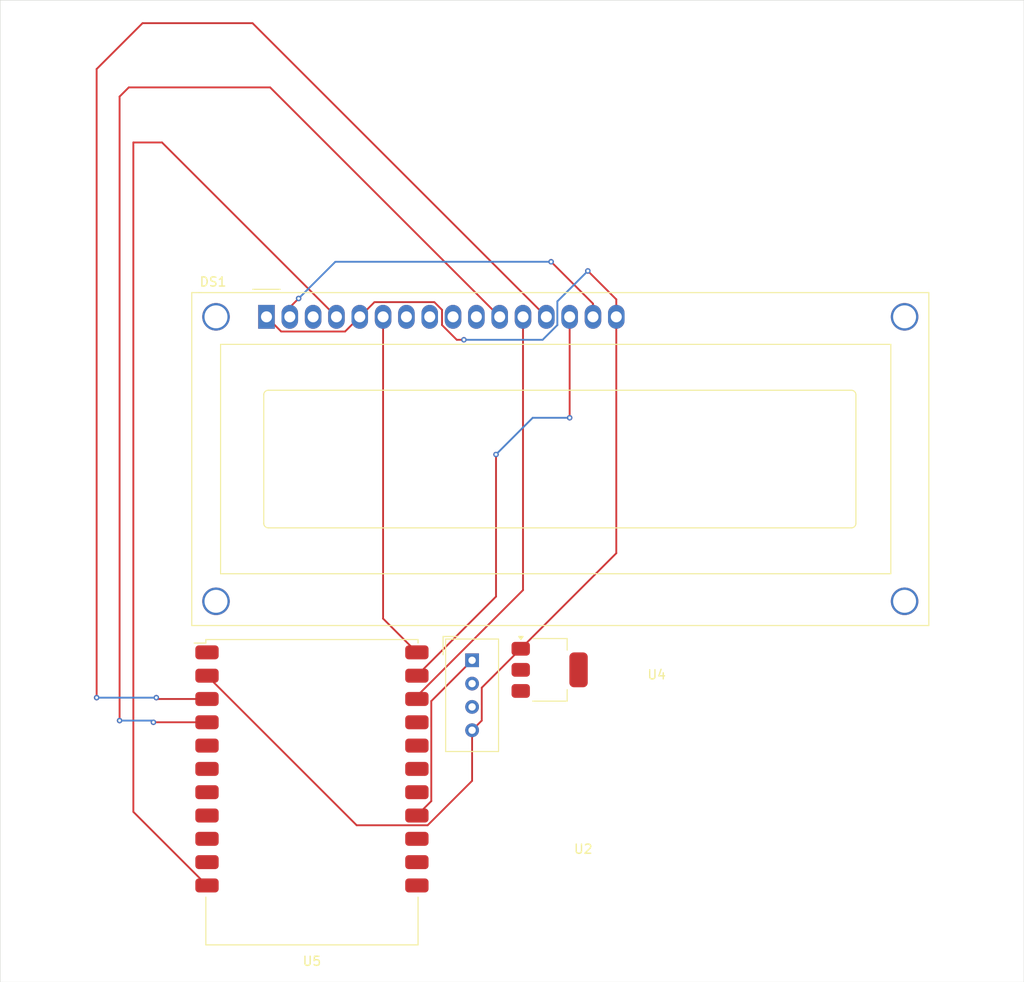
<source format=kicad_pcb>
(kicad_pcb (version 20241229) (generator "pcbnew") (generator_version "9.0")
  (layers (0 "F.Cu" signal) (2 "B.Cu" signal) (13 "F.Paste" user) (15 "B.Paste" user) (5 "F.SilkS" user "F.Silkscreen") (7 "B.SilkS" user "B.Silkscreen") (1 "F.Mask" user) (3 "B.Mask" user) (25 "Edge.Cuts" user))
  (net 0 "")
  (net 1 "GND")
  (net 2 "/5")
  (net 3 "/6")
  (net 4 "/3")
  (net 6 "/7")
  (net 10 "/19")
  (net 11 "+5V")
  (net 12 "/2")
  (net 13 "/4")
  (net 14 "/18")
  (net 15 "Net-(J2-Pin_1)")
  (net 17 "+3.3V")
  (net 25 "/10")
  (net 27 "/9")
  (net 28 "/8")
  (net 30 "/11")
  (net 31 "/12")
  (footprint "Package_TO_SOT_SMD:SOT-223-3_TabPin2" (layer "F.Cu") (at 109.84 92.97)
    (property "Reference" "U4" (at 11.66 0.53 0) (layer "F.SilkS"))
    (property "Value" "AMS1117")
    (fp_line (start -1.85 -3.41) (end 1.91 -3.41) (stroke (width 0.12)) (layer "F.SilkS"))
    (fp_line (start -1.85 3.41) (end 1.91 3.41) (stroke (width 0.12)) (layer "F.SilkS"))
    (fp_line (start 1.91 -3.41) (end 1.91 -2.15) (stroke (width 0.12)) (layer "F.SilkS"))
    (fp_line (start 1.91 3.41) (end 1.91 2.15) (stroke (width 0.12)) (layer "F.SilkS"))
    (fp_poly (pts (xy -3.13 -3.31) (xy -3.37 -3.64) (xy -2.89 -3.64) (xy -3.13 -3.31)) (stroke (width 0.12)) (fill yes) (layer "F.SilkS"))
    (pad "1" smd roundrect (at -3.15 -2.3) (size 2 1.5) (layers "F.Cu" "F.Mask" "F.Paste") (net 1 "GND"))
    (pad "2" smd roundrect (at -3.15 0) (size 2 1.5) (layers "F.Cu" "F.Mask" "F.Paste"))
    (pad "2" smd roundrect (at 3.15 0) (size 2 3.8) (layers "F.Cu" "F.Mask" "F.Paste"))
    (pad "3" smd roundrect (at -3.15 2.3) (size 2 1.5) (layers "F.Cu" "F.Mask" "F.Paste") (net 17 "+3.3V"))
  )
  (footprint "Display:WC1602A" (layer "F.Cu") (at 79 54.5)
    (property "Reference" "DS1" (at -5.82 -3.81 0) (layer "F.SilkS"))
    (property "Value" "WC1602A")
    (fp_line (start -8.14 -2.64) (end -8.14 33.64) (stroke (width 0.12)) (layer "F.SilkS"))
    (fp_line (start -8.14 33.64) (end 72.14 33.64) (stroke (width 0.12)) (layer "F.SilkS"))
    (fp_line (start -8.13 -2.64) (end -7.34 -2.64) (stroke (width 0.12)) (layer "F.SilkS"))
    (fp_line (start -5 3) (end 68 3) (stroke (width 0.12)) (layer "F.SilkS"))
    (fp_line (start -5 28) (end -5 3) (stroke (width 0.12)) (layer "F.SilkS"))
    (fp_line (start -1.5 -3) (end 1.5 -3) (stroke (width 0.12)) (layer "F.SilkS"))
    (fp_line (start -0.29972 22.49932) (end -0.29972 8.5) (stroke (width 0.12)) (layer "F.SilkS"))
    (fp_line (start 0.2 8) (end 63.7 8) (stroke (width 0.12)) (layer "F.SilkS"))
    (fp_line (start 63.70066 23) (end 0.2 23) (stroke (width 0.12)) (layer "F.SilkS"))
    (fp_line (start 64.2 8.5) (end 64.2 22.5) (stroke (width 0.12)) (layer "F.SilkS"))
    (fp_line (start 68 3) (end 68 28) (stroke (width 0.12)) (layer "F.SilkS"))
    (fp_line (start 68 28) (end -5 28) (stroke (width 0.12)) (layer "F.SilkS"))
    (fp_line (start 72.14 -2.64) (end -7.34 -2.64) (stroke (width 0.12)) (layer "F.SilkS"))
    (fp_line (start 72.14 33.64) (end 72.14 -2.64) (stroke (width 0.12)) (layer "F.SilkS"))
    (fp_arc (start -0.29972 8.49884) (mid -0.153162 8.145018) (end 0.20066 7.99846) (stroke (width 0.12)) (layer "F.SilkS"))
    (fp_arc (start 0.20066 22.9997) (mid -0.153162 22.853142) (end -0.29972 22.49932) (stroke (width 0.12)) (layer "F.SilkS"))
    (fp_arc (start 63.7 8) (mid 64.053553 8.146447) (end 64.2 8.5) (stroke (width 0.12)) (layer "F.SilkS"))
    (fp_arc (start 64.20104 22.49932) (mid 64.054482 22.853142) (end 63.70066 22.9997) (stroke (width 0.12)) (layer "F.SilkS"))
    (pad "" thru_hole circle (at -5.4991 0) (size 3 3) (drill 2.5) (layers "*.Cu" "*.Mask"))
    (pad "" thru_hole circle (at -5.4991 31.0007) (size 3 3) (drill 2.5) (layers "*.Cu" "*.Mask"))
    (pad "" thru_hole circle (at 69.49948 31.0007) (size 3 3) (drill 2.5) (layers "*.Cu" "*.Mask"))
    (pad "" thru_hole circle (at 69.5 0) (size 3 3) (drill 2.5) (layers "*.Cu" "*.Mask"))
    (pad "1" thru_hole rect (at 0 0) (size 1.8 2.6) (drill 1.2) (layers "*.Cu" "*.Mask") (net 1 "GND"))
    (pad "2" thru_hole oval (at 2.54 0) (size 1.8 2.6) (drill 1.2) (layers "*.Cu" "*.Mask") (net 11 "+5V"))
    (pad "3" thru_hole oval (at 5.08 0) (size 1.8 2.6) (drill 1.2) (layers "*.Cu" "*.Mask") (net 10 "/19"))
    (pad "4" thru_hole oval (at 7.62 0) (size 1.8 2.6) (drill 1.2) (layers "*.Cu" "*.Mask") (net 6 "/7"))
    (pad "5" thru_hole oval (at 10.16 0) (size 1.8 2.6) (drill 1.2) (layers "*.Cu" "*.Mask") (net 1 "GND"))
    (pad "6" thru_hole oval (at 12.7 0) (size 1.8 2.6) (drill 1.2) (layers "*.Cu" "*.Mask") (net 3 "/6"))
    (pad "7" thru_hole oval (at 15.24 0) (size 1.8 2.6) (drill 1.2) (layers "*.Cu" "*.Mask"))
    (pad "8" thru_hole oval (at 17.78 0) (size 1.8 2.6) (drill 1.2) (layers "*.Cu" "*.Mask"))
    (pad "9" thru_hole oval (at 20.32 0) (size 1.8 2.6) (drill 1.2) (layers "*.Cu" "*.Mask"))
    (pad "10" thru_hole oval (at 22.86 0) (size 1.8 2.6) (drill 1.2) (layers "*.Cu" "*.Mask"))
    (pad "11" thru_hole oval (at 25.4 0) (size 1.8 2.6) (drill 1.2) (layers "*.Cu" "*.Mask") (net 2 "/5"))
    (pad "12" thru_hole oval (at 27.94 0) (size 1.8 2.6) (drill 1.2) (layers "*.Cu" "*.Mask") (net 13 "/4"))
    (pad "13" thru_hole oval (at 30.48 0) (size 1.8 2.6) (drill 1.2) (layers "*.Cu" "*.Mask") (net 4 "/3"))
    (pad "14" thru_hole oval (at 33.02 0) (size 1.8 2.6) (drill 1.2) (layers "*.Cu" "*.Mask") (net 12 "/2"))
    (pad "15" thru_hole oval (at 35.56 0) (size 1.8 2.6) (drill 1.2) (layers "*.Cu" "*.Mask") (net 11 "+5V"))
    (pad "16" thru_hole oval (at 38.1 0) (size 1.8 2.6) (drill 1.2) (layers "*.Cu" "*.Mask") (net 1 "GND"))
  )
  (footprint "Module:Olimex_MOD-WIFI-ESP8266-DEV" (layer "F.Cu") (at 83.95 103.765)
    (property "Reference" "U5" (at 0 20.955 0) (layer "F.SilkS"))
    (property "Value" "Olimex_MOD-WIFI-ESP8266-DEV")
    (fp_line (start -11.557 -14.097) (end -11.557 -13.716) (stroke (width 0.12)) (layer "F.SilkS"))
    (fp_line (start -11.557 -13.716) (end -12.827 -13.716) (stroke (width 0.12)) (layer "F.SilkS"))
    (fp_line (start -11.557 13.97) (end -11.557 19.177) (stroke (width 0.12)) (layer "F.SilkS"))
    (fp_line (start -11.557 19.177) (end 11.557 19.177) (stroke (width 0.12)) (layer "F.SilkS"))
    (fp_line (start 11.557 -14.097) (end -11.557 -14.097) (stroke (width 0.12)) (layer "F.SilkS"))
    (fp_line (start 11.557 -13.716) (end 11.557 -14.097) (stroke (width 0.12)) (layer "F.SilkS"))
    (fp_line (start 11.557 19.177) (end 11.557 13.97) (stroke (width 0.12)) (layer "F.SilkS"))
    (pad "1" smd roundrect (at -11.43 -12.7) (size 2.54 1.524) (layers "F.Cu" "F.Mask" "F.Paste"))
    (pad "2" smd roundrect (at -11.43 -10.16) (size 2.54 1.524) (layers "F.Cu" "F.Mask" "F.Paste") (net 1 "GND"))
    (pad "3" smd roundrect (at -11.43 -7.62) (size 2.54 1.524) (layers "F.Cu" "F.Mask" "F.Paste") (net 4 "/3"))
    (pad "4" smd roundrect (at -11.43 -5.08) (size 2.54 1.524) (layers "F.Cu" "F.Mask" "F.Paste") (net 2 "/5"))
    (pad "5" smd roundrect (at -11.43 -2.54) (size 2.54 1.524) (layers "F.Cu" "F.Mask" "F.Paste"))
    (pad "6" smd roundrect (at -11.43 0) (size 2.54 1.524) (layers "F.Cu" "F.Mask" "F.Paste"))
    (pad "7" smd roundrect (at -11.43 2.54) (size 2.54 1.524) (layers "F.Cu" "F.Mask" "F.Paste"))
    (pad "8" smd roundrect (at -11.43 5.08) (size 2.54 1.524) (layers "F.Cu" "F.Mask" "F.Paste"))
    (pad "9" smd roundrect (at -11.43 7.62) (size 2.54 1.524) (layers "F.Cu" "F.Mask" "F.Paste"))
    (pad "10" smd roundrect (at -11.43 10.16) (size 2.54 1.524) (layers "F.Cu" "F.Mask" "F.Paste"))
    (pad "11" smd roundrect (at -11.43 12.7) (size 2.54 1.524) (layers "F.Cu" "F.Mask" "F.Paste") (net 6 "/7"))
    (pad "12" smd roundrect (at 11.43 12.7) (size 2.54 1.524) (layers "F.Cu" "F.Mask" "F.Paste") (net 31 "/12"))
    (pad "13" smd roundrect (at 11.43 10.16) (size 2.54 1.524) (layers "F.Cu" "F.Mask" "F.Paste"))
    (pad "14" smd roundrect (at 11.43 7.62) (size 2.54 1.524) (layers "F.Cu" "F.Mask" "F.Paste"))
    (pad "15" smd roundrect (at 11.43 5.08) (size 2.54 1.524) (layers "F.Cu" "F.Mask" "F.Paste") (net 14 "/18"))
    (pad "16" smd roundrect (at 11.43 2.54) (size 2.54 1.524) (layers "F.Cu" "F.Mask" "F.Paste") (net 28 "/8"))
    (pad "17" smd roundrect (at 11.43 0) (size 2.54 1.524) (layers "F.Cu" "F.Mask" "F.Paste") (net 25 "/10"))
    (pad "18" smd roundrect (at 11.43 -2.54) (size 2.54 1.524) (layers "F.Cu" "F.Mask" "F.Paste") (net 27 "/9"))
    (pad "19" smd roundrect (at 11.43 -5.08) (size 2.54 1.524) (layers "F.Cu" "F.Mask" "F.Paste") (net 30 "/11"))
    (pad "20" smd roundrect (at 11.43 -7.62) (size 2.54 1.524) (layers "F.Cu" "F.Mask" "F.Paste") (net 13 "/4"))
    (pad "21" smd roundrect (at 11.43 -10.16) (size 2.54 1.524) (layers "F.Cu" "F.Mask" "F.Paste") (net 12 "/2"))
    (pad "22" smd roundrect (at 11.43 -12.7) (size 2.54 1.524) (layers "F.Cu" "F.Mask" "F.Paste") (net 3 "/6"))
  )
  (footprint "Sensor:Aosong_DHT11_5.5x12.0_P2.54mm" (layer "F.Cu") (at 101.395 91.93)
    (property "Reference" "U2" (at 12.105 20.57 0) (layer "F.SilkS"))
    (property "Value" "DHT11")
    (fp_line (start -3.16 -2.6) (end -3.16 -0.6) (stroke (width 0.12)) (layer "F.SilkS"))
    (fp_line (start -3.16 -2.6) (end -1.55 -2.6) (stroke (width 0.12)) (layer "F.SilkS"))
    (fp_line (start -2.88 9.94) (end -2.88 -2.31) (stroke (width 0.12)) (layer "F.SilkS"))
    (fp_line (start -2.87 -2.32) (end 2.87 -2.32) (stroke (width 0.12)) (layer "F.SilkS"))
    (fp_line (start 2.88 -2.32) (end 2.88 9.94) (stroke (width 0.12)) (layer "F.SilkS"))
    (fp_line (start 2.88 9.94) (end -2.88 9.94) (stroke (width 0.12)) (layer "F.SilkS"))
    (pad "1" thru_hole rect (at 0 0) (size 1.5 1.5) (drill 0.8) (layers "*.Cu" "*.Mask") (net 14 "/18"))
    (pad "2" thru_hole circle (at 0 2.54) (size 1.5 1.5) (drill 0.8) (layers "*.Cu" "*.Mask") (net 15 "Net-(J2-Pin_1)"))
    (pad "3" thru_hole circle (at 0 5.08) (size 1.5 1.5) (drill 0.8) (layers "*.Cu" "*.Mask"))
    (pad "4" thru_hole circle (at 0 7.62) (size 1.5 1.5) (drill 0.8) (layers "*.Cu" "*.Mask") (net 1 "GND"))
  )
  (gr_rect (start 50 20) (end 161.5 127) (stroke (width 0.05)) (fill no) (layer "Edge.Cuts"))
  (segment (start 117.1 54.5) (end 117.1 80.26) (width 0.2) (layer "F.Cu") (net 1))
  (segment (start 90.761 52.899) (end 97.27747 52.899) (width 0.2) (layer "F.Cu") (net 1))
  (segment (start 80.601 56.101) (end 87.559 56.101) (width 0.2) (layer "F.Cu") (net 1))
  (segment (start 97.27747 52.899) (end 98.119 53.74053) (width 0.2) (layer "F.Cu") (net 1))
  (segment (start 101.395 105.064494) (end 96.551494 109.908) (width 0.2) (layer "F.Cu") (net 1))
  (segment (start 98.119 53.74053) (end 98.119 55.39747) (width 0.2) (layer "F.Cu") (net 1))
  (segment (start 88.823 109.908) (end 72.52 93.605) (width 0.2) (layer "F.Cu") (net 1))
  (segment (start 96.551494 109.908) (end 88.823 109.908) (width 0.2) (layer "F.Cu") (net 1))
  (segment (start 101.395 99.55) (end 102.446 98.499) (width 0.2) (layer "F.Cu") (net 1))
  (segment (start 89.16 54.5) (end 90.761 52.899) (width 0.2) (layer "F.Cu") (net 1))
  (segment (start 99.72153 57) (end 100.5 57) (width 0.2) (layer "F.Cu") (net 1))
  (segment (start 98.119 55.39747) (end 99.72153 57) (width 0.2) (layer "F.Cu") (net 1))
  (segment (start 117.1 52.6) (end 117.1 54.5) (width 0.2) (layer "F.Cu") (net 1))
  (segment (start 117.1 80.26) (end 106.69 90.67) (width 0.2) (layer "F.Cu") (net 1))
  (segment (start 114 49.5) (end 117.1 52.6) (width 0.2) (layer "F.Cu") (net 1))
  (segment (start 87.559 56.101) (end 89.16 54.5) (width 0.2) (layer "F.Cu") (net 1))
  (segment (start 79 54.5) (end 80.601 56.101) (width 0.2) (layer "F.Cu") (net 1))
  (segment (start 102.446 98.499) (end 102.446 94.914) (width 0.2) (layer "F.Cu") (net 1))
  (segment (start 102.446 94.914) (end 106.69 90.67) (width 0.2) (layer "F.Cu") (net 1))
  (segment (start 101.395 99.55) (end 101.395 105.064494) (width 0.2) (layer "F.Cu") (net 1))
  (via (at 100.5 57) (size 0.6) (drill 0.3) (layers "F.Cu" "B.Cu") (net 1))
  (via (at 114 49.5) (size 0.6) (drill 0.3) (layers "F.Cu" "B.Cu") (net 1))
  (segment (start 110.681 55.39747) (end 110.681 52.819) (width 0.2) (layer "B.Cu") (net 1))
  (segment (start 110.681 52.819) (end 114 49.5) (width 0.2) (layer "B.Cu") (net 1))
  (segment (start 109.07847 57) (end 110.681 55.39747) (width 0.2) (layer "B.Cu") (net 1))
  (segment (start 100.5 57) (end 109.07847 57) (width 0.2) (layer "B.Cu") (net 1))
  (segment (start 63 98.5) (end 63 30.5) (width 0.2) (layer "F.Cu") (net 2))
  (segment (start 79.4 29.5) (end 104.4 54.5) (width 0.2) (layer "F.Cu") (net 2))
  (segment (start 64 29.5) (end 79.4 29.5) (width 0.2) (layer "F.Cu") (net 2))
  (segment (start 72.52 98.685) (end 66.685 98.685) (width 0.2) (layer "F.Cu") (net 2))
  (segment (start 63 30.5) (end 64 29.5) (width 0.2) (layer "F.Cu") (net 2))
  (via (at 63 98.5) (size 0.6) (drill 0.3) (layers "F.Cu" "B.Cu") (net 2))
  (via (at 66.685 98.685) (size 0.6) (drill 0.3) (layers "F.Cu" "B.Cu") (net 2))
  (segment (start 66.685 98.685) (end 66.5 98.5) (width 0.2) (layer "B.Cu") (net 2))
  (segment (start 66.5 98.5) (end 63 98.5) (width 0.2) (layer "B.Cu") (net 2))
  (segment (start 91.7 54.5) (end 91.7 87.385) (width 0.2) (layer "F.Cu") (net 3))
  (segment (start 91.7 87.385) (end 95.38 91.065) (width 0.2) (layer "F.Cu") (net 3))
  (segment (start 65.5 22.5) (end 60.5 27.5) (width 0.2) (layer "F.Cu") (net 4))
  (segment (start 60.5 27.5) (end 60.5 96) (width 0.2) (layer "F.Cu") (net 4))
  (segment (start 65.5 22.5) (end 77.48 22.5) (width 0.2) (layer "F.Cu") (net 4))
  (segment (start 72.52 96.145) (end 67.145 96.145) (width 0.2) (layer "F.Cu") (net 4))
  (segment (start 77.48 22.5) (end 109.48 54.5) (width 0.2) (layer "F.Cu") (net 4))
  (segment (start 67.145 96.145) (end 67 96) (width 0.2) (layer "F.Cu") (net 4))
  (via (at 60.5 96) (size 0.6) (drill 0.3) (layers "F.Cu" "B.Cu") (net 4))
  (via (at 67 96) (size 0.6) (drill 0.3) (layers "F.Cu" "B.Cu") (net 4))
  (segment (start 67 96) (end 60.5 96) (width 0.2) (layer "B.Cu") (net 4))
  (segment (start 64.5 108.445) (end 64.5 35.5) (width 0.2) (layer "F.Cu") (net 6))
  (segment (start 64.5 35.5) (end 67.62 35.5) (width 0.2) (layer "F.Cu") (net 6))
  (segment (start 67.62 35.5) (end 86.62 54.5) (width 0.2) (layer "F.Cu") (net 6))
  (segment (start 72.52 116.465) (end 64.5 108.445) (width 0.2) (layer "F.Cu") (net 6))
  (segment (start 81.54 53.46) (end 82.5 52.5) (width 0.2) (layer "F.Cu") (net 11))
  (segment (start 110 48.5) (end 114.56 53.06) (width 0.2) (layer "F.Cu") (net 11))
  (segment (start 81.54 54.5) (end 81.54 53.46) (width 0.2) (layer "F.Cu") (net 11))
  (segment (start 114.56 53.06) (end 114.56 54.5) (width 0.2) (layer "F.Cu") (net 11))
  (via (at 82.5 52.5) (size 0.6) (drill 0.3) (layers "F.Cu" "B.Cu") (net 11))
  (via (at 110 48.5) (size 0.6) (drill 0.3) (layers "F.Cu" "B.Cu") (net 11))
  (segment (start 82.5 52.5) (end 86.5 48.5) (width 0.2) (layer "B.Cu") (net 11))
  (segment (start 86.5 48.5) (end 110 48.5) (width 0.2) (layer "B.Cu") (net 11))
  (segment (start 112.02 54.5) (end 112.02 65.5) (width 0.2) (layer "F.Cu") (net 12))
  (segment (start 104 84.985) (end 95.38 93.605) (width 0.2) (layer "F.Cu") (net 12))
  (segment (start 104 69.5) (end 104 84.985) (width 0.2) (layer "F.Cu") (net 12))
  (segment (start 112.02 65.5) (end 112.02 65.52) (width 0.2) (layer "F.Cu") (net 12))
  (via (at 104 69.5) (size 0.6) (drill 0.3) (layers "F.Cu" "B.Cu") (net 12))
  (via (at 112.02 65.5) (size 0.6) (drill 0.3) (layers "F.Cu" "B.Cu") (net 12))
  (segment (start 108 65.5) (end 104 69.5) (width 0.2) (layer "B.Cu") (net 12))
  (segment (start 112.02 65.5) (end 108 65.5) (width 0.2) (layer "B.Cu") (net 12))
  (segment (start 106.94 84.279494) (end 95.38 95.839494) (width 0.2) (layer "F.Cu") (net 13))
  (segment (start 95.38 95.839494) (end 95.38 96.145) (width 0.2) (layer "F.Cu") (net 13))
  (segment (start 106.94 54.5) (end 106.94 84.279494) (width 0.2) (layer "F.Cu") (net 13))
  (segment (start 95.38 108.845) (end 96.951 107.274) (width 0.2) (layer "F.Cu") (net 14))
  (segment (start 96.951 96.374) (end 101.395 91.93) (width 0.2) (layer "F.Cu") (net 14))
  (segment (start 96.951 107.274) (end 96.951 96.374) (width 0.2) (layer "F.Cu") (net 14))
)
</source>
